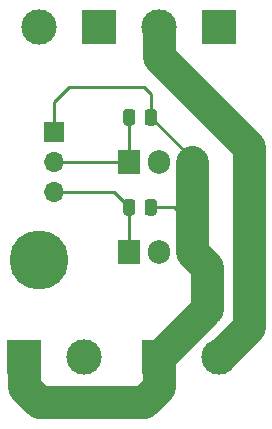
<source format=gbr>
%TF.GenerationSoftware,KiCad,Pcbnew,(5.1.10)-1*%
%TF.CreationDate,2022-01-11T17:46:35-08:00*%
%TF.ProjectId,lowering platform,6c6f7765-7269-46e6-9720-706c6174666f,rev?*%
%TF.SameCoordinates,Original*%
%TF.FileFunction,Copper,L1,Top*%
%TF.FilePolarity,Positive*%
%FSLAX46Y46*%
G04 Gerber Fmt 4.6, Leading zero omitted, Abs format (unit mm)*
G04 Created by KiCad (PCBNEW (5.1.10)-1) date 2022-01-11 17:46:35*
%MOMM*%
%LPD*%
G01*
G04 APERTURE LIST*
%TA.AperFunction,ComponentPad*%
%ADD10R,1.700000X1.700000*%
%TD*%
%TA.AperFunction,ComponentPad*%
%ADD11O,1.700000X1.700000*%
%TD*%
%TA.AperFunction,ComponentPad*%
%ADD12R,3.000000X3.000000*%
%TD*%
%TA.AperFunction,ComponentPad*%
%ADD13C,3.000000*%
%TD*%
%TA.AperFunction,ComponentPad*%
%ADD14R,1.905000X2.000000*%
%TD*%
%TA.AperFunction,ComponentPad*%
%ADD15O,1.905000X2.000000*%
%TD*%
%TA.AperFunction,ViaPad*%
%ADD16C,5.000000*%
%TD*%
%TA.AperFunction,Conductor*%
%ADD17C,0.250000*%
%TD*%
%TA.AperFunction,Conductor*%
%ADD18C,2.790000*%
%TD*%
%TA.AperFunction,Conductor*%
%ADD19C,2.760000*%
%TD*%
G04 APERTURE END LIST*
D10*
%TO.P,J2,1*%
%TO.N,COM*%
X146050000Y-90170000D03*
D11*
%TO.P,J2,2*%
%TO.N,G_BRUSH*%
X146050000Y-92710000D03*
%TO.P,J2,3*%
%TO.N,G_LIGHT*%
X146050000Y-95250000D03*
%TD*%
D12*
%TO.P,J1,1*%
%TO.N,COM*%
X143510000Y-109220000D03*
D13*
%TO.P,J1,2*%
%TO.N,+12V*%
X148590000Y-109220000D03*
%TD*%
D12*
%TO.P,J3,2*%
%TO.N,D_BRUSH*%
X149860000Y-81280000D03*
D13*
%TO.P,J3,3*%
%TO.N,+5V*%
X154940000Y-81280000D03*
%TO.P,J3,1*%
%TO.N,+12V*%
X144780000Y-81280000D03*
D12*
%TO.P,J3,4*%
%TO.N,D_LIGHT*%
X160020000Y-81280000D03*
%TD*%
D13*
%TO.P,J4,2*%
%TO.N,+5V*%
X160020000Y-109220000D03*
D12*
%TO.P,J4,1*%
%TO.N,COM*%
X154940000Y-109220000D03*
%TD*%
D14*
%TO.P,Q1,1*%
%TO.N,G_BRUSH*%
X152400000Y-92710000D03*
D15*
%TO.P,Q1,2*%
%TO.N,D_BRUSH*%
X154940000Y-92710000D03*
%TO.P,Q1,3*%
%TO.N,COM*%
X157480000Y-92710000D03*
%TD*%
%TO.P,Q2,3*%
%TO.N,COM*%
X157480000Y-100330000D03*
%TO.P,Q2,2*%
%TO.N,D_LIGHT*%
X154940000Y-100330000D03*
D14*
%TO.P,Q2,1*%
%TO.N,G_LIGHT*%
X152400000Y-100330000D03*
%TD*%
%TO.P,R1,1*%
%TO.N,G_BRUSH*%
%TA.AperFunction,SMDPad,CuDef*%
G36*
G01*
X151887500Y-89350002D02*
X151887500Y-88449998D01*
G75*
G02*
X152137498Y-88200000I249998J0D01*
G01*
X152662502Y-88200000D01*
G75*
G02*
X152912500Y-88449998I0J-249998D01*
G01*
X152912500Y-89350002D01*
G75*
G02*
X152662502Y-89600000I-249998J0D01*
G01*
X152137498Y-89600000D01*
G75*
G02*
X151887500Y-89350002I0J249998D01*
G01*
G37*
%TD.AperFunction*%
%TO.P,R1,2*%
%TO.N,COM*%
%TA.AperFunction,SMDPad,CuDef*%
G36*
G01*
X153712500Y-89350002D02*
X153712500Y-88449998D01*
G75*
G02*
X153962498Y-88200000I249998J0D01*
G01*
X154487502Y-88200000D01*
G75*
G02*
X154737500Y-88449998I0J-249998D01*
G01*
X154737500Y-89350002D01*
G75*
G02*
X154487502Y-89600000I-249998J0D01*
G01*
X153962498Y-89600000D01*
G75*
G02*
X153712500Y-89350002I0J249998D01*
G01*
G37*
%TD.AperFunction*%
%TD*%
%TO.P,R2,2*%
%TO.N,COM*%
%TA.AperFunction,SMDPad,CuDef*%
G36*
G01*
X153712500Y-96970002D02*
X153712500Y-96069998D01*
G75*
G02*
X153962498Y-95820000I249998J0D01*
G01*
X154487502Y-95820000D01*
G75*
G02*
X154737500Y-96069998I0J-249998D01*
G01*
X154737500Y-96970002D01*
G75*
G02*
X154487502Y-97220000I-249998J0D01*
G01*
X153962498Y-97220000D01*
G75*
G02*
X153712500Y-96970002I0J249998D01*
G01*
G37*
%TD.AperFunction*%
%TO.P,R2,1*%
%TO.N,G_LIGHT*%
%TA.AperFunction,SMDPad,CuDef*%
G36*
G01*
X151887500Y-96970002D02*
X151887500Y-96069998D01*
G75*
G02*
X152137498Y-95820000I249998J0D01*
G01*
X152662502Y-95820000D01*
G75*
G02*
X152912500Y-96069998I0J-249998D01*
G01*
X152912500Y-96970002D01*
G75*
G02*
X152662502Y-97220000I-249998J0D01*
G01*
X152137498Y-97220000D01*
G75*
G02*
X151887500Y-96970002I0J249998D01*
G01*
G37*
%TD.AperFunction*%
%TD*%
D16*
%TO.N,*%
X144780000Y-101000000D03*
%TD*%
D17*
%TO.N,COM*%
X157480000Y-92710000D02*
X157480000Y-92155000D01*
D18*
X154940000Y-109220000D02*
X158750000Y-105410000D01*
X159000000Y-101600000D02*
X157700000Y-100330000D01*
X143510000Y-109220000D02*
X143510000Y-111760000D01*
X154940000Y-111760000D02*
X154940000Y-109220000D01*
X153670000Y-113030000D02*
X154940000Y-111760000D01*
X144780000Y-113030000D02*
X153670000Y-113030000D01*
X143510000Y-111760000D02*
X144780000Y-113030000D01*
D17*
X159000000Y-105160000D02*
X158750000Y-105410000D01*
D18*
X159000000Y-101600000D02*
X159000000Y-105160000D01*
D19*
X157750000Y-100330000D02*
X157750000Y-92710000D01*
D17*
X146050000Y-87630000D02*
X146050000Y-90170000D01*
X154225000Y-86915000D02*
X153670000Y-86360000D01*
X154225000Y-88900000D02*
X154225000Y-86915000D01*
X147320000Y-86360000D02*
X146050000Y-87630000D01*
X153670000Y-86360000D02*
X147320000Y-86360000D01*
X157480000Y-92155000D02*
X154225000Y-88900000D01*
X156210000Y-96520000D02*
X157480000Y-97790000D01*
X154225000Y-96520000D02*
X156210000Y-96520000D01*
%TO.N,G_BRUSH*%
X152400000Y-92710000D02*
X152400000Y-88900000D01*
X146050000Y-92710000D02*
X152400000Y-92710000D01*
D18*
%TO.N,+5V*%
X154940000Y-81280000D02*
X154940000Y-83820000D01*
X154940000Y-83820000D02*
X162560000Y-91440000D01*
X162560000Y-106680000D02*
X160020000Y-109220000D01*
X162560000Y-91440000D02*
X162560000Y-106680000D01*
D17*
%TO.N,G_LIGHT*%
X152400000Y-96520000D02*
X152400000Y-100330000D01*
X151130000Y-95250000D02*
X152400000Y-96520000D01*
X146050000Y-95250000D02*
X151130000Y-95250000D01*
%TD*%
M02*

</source>
